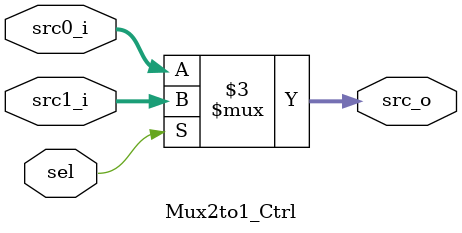
<source format=v>
`timescale 1ns/1ps

module Mux2to1_Ctrl(
    input [7:0] src0_i, // in risc-v architecture, instr is 32 bits, and immediate will be extended to 32 bits also, 
                        // and the address is fixed to 32 bits (assume code is tested on 32 bits system) to make the design logic simple
    input [7:0] src1_i,
    input  sel,
    output reg [7:0] src_o
);

    always@(*)begin
        src_o = (sel == 1'b0) ? src0_i : src1_i ; 
    end

endmodule

</source>
